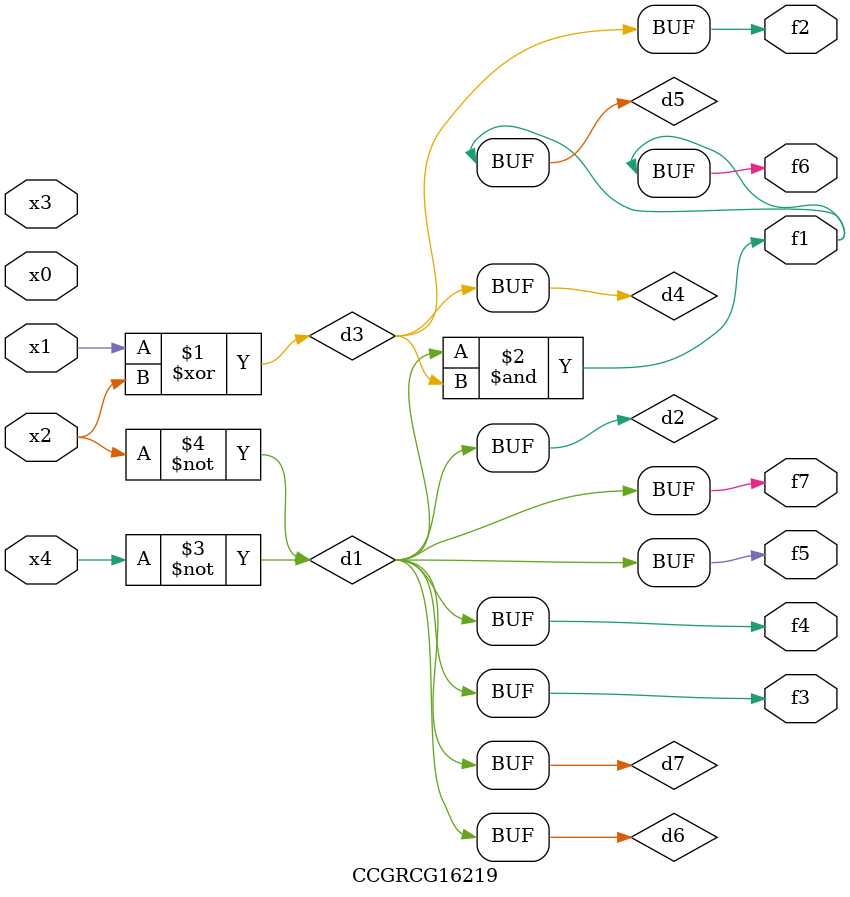
<source format=v>
module CCGRCG16219(
	input x0, x1, x2, x3, x4,
	output f1, f2, f3, f4, f5, f6, f7
);

	wire d1, d2, d3, d4, d5, d6, d7;

	not (d1, x4);
	not (d2, x2);
	xor (d3, x1, x2);
	buf (d4, d3);
	and (d5, d1, d3);
	buf (d6, d1, d2);
	buf (d7, d2);
	assign f1 = d5;
	assign f2 = d4;
	assign f3 = d7;
	assign f4 = d7;
	assign f5 = d7;
	assign f6 = d5;
	assign f7 = d7;
endmodule

</source>
